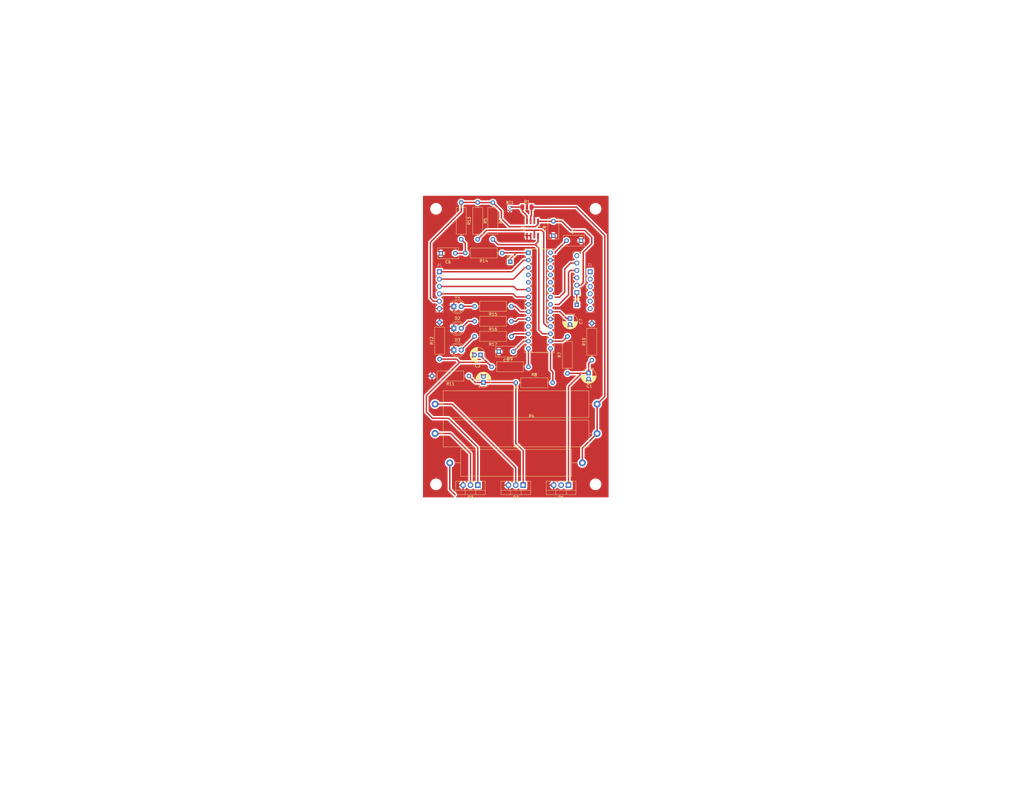
<source format=kicad_pcb>
(kicad_pcb (version 20240108) (generator "pcbnew") (generator_version "8.0")
  (layers (0 "F.Cu" signal) (31 "B.Cu" signal) (34 "B.Paste" user) (35 "F.Paste" user) (36 "B.SilkS" user "B.Silkscreen") (37 "F.SilkS" user "F.Silkscreen") (38 "B.Mask" user) (39 "F.Mask" user) (44 "Edge.Cuts" user))
  (net 0 "")
  (net 1 "GND")
  (net 2 "Net-(BT1-+)")
  (net 3 "Net-(Q1-G)")
  (net 4 "Net-(Q2-G)")
  (net 5 "Net-(Q3-G)")
  (net 6 "Net-(J1-Pin_28)")
  (net 7 "Net-(J1-Pin_13)")
  (net 8 "Net-(C6-Pad1)")
  (net 9 "Net-(J1-Pin_20)")
  (net 10 "VDD")
  (net 11 "Net-(D1-A)")
  (net 12 "Net-(D2-A)")
  (net 13 "Net-(D3-A)")
  (net 14 "SDA")
  (net 15 "CS")
  (net 17 "SCL")
  (net 18 "MISO")
  (net 19 "LED1")
  (net 21 "PWM3")
  (net 24 "MOSI")
  (net 25 "PWM1")
  (net 26 "LED2")
  (net 27 "PWM2")
  (net 29 "PGD2")
  (net 32 "PGC2")
  (net 33 "MCLR")
  (net 34 "CLK")
  (net 35 "LED3")
  (net 37 "Net-(Q1-D)")
  (net 38 "Net-(Q2-D)")
  (net 39 "Net-(Q3-D)")
  (net 40 "Net-(U1-IN-)")
  (footprint "Resistor_THT:R_Axial_Power_L38.0mm_W9.0mm_P45.72mm" (layer "F.Cu") (at 179.31 140.9075 180)
    (property "Reference" "R2" (at 22.8 5.65 360) (layer "F.SilkS"))
    (property "Value" "4.7")
    (pad "1" thru_hole circle (at 0 0 180) (size 2.4 2.4) (drill 1.2) (layers "*.Cu" "*.Mask") (net 40 "Net-(U1-IN-)"))
    (pad "2" thru_hole oval (at 45.72 0 180) (size 2.4 2.4) (drill 1.2) (layers "*.Cu" "*.Mask") (net 37 "Net-(Q1-D)"))
  )
  (footprint "Connector_PinHeader_1.00mm:PinHeader_1x02_P1.00mm_Vertical" (layer "F.Cu") (at 154.3 52.75)
    (property "Reference" "BT1" (at 0 -1.56 0) (layer "F.SilkS"))
    (property "Value" "Battery_Cell")
    (pad "1" thru_hole rect (at 0 0) (size 0.85 0.85) (drill 0.5) (layers "*.Cu" "*.Mask") (net 2 "Net-(BT1-+)"))
    (pad "2" thru_hole oval (at 0 1) (size 0.85 0.85) (drill 0.5) (layers "*.Cu" "*.Mask") (net 1 "GND"))
  )
  (footprint "Resistor_THT:R_Axial_DIN0309_L9.0mm_D3.2mm_P12.70mm_Horizontal" (layer "F.Cu") (at 174.16 110.03 90)
    (property "Reference" "R7" (at 6.35 -2.72 90) (layer "F.SilkS"))
    (property "Value" "160")
    (pad "1" thru_hole circle (at 0 0 90) (size 1.6 1.6) (drill 0.8) (layers "*.Cu" "*.Mask") (net 3 "Net-(Q1-G)"))
    (pad "2" thru_hole oval (at 12.7 0 90) (size 1.6 1.6) (drill 0.8) (layers "*.Cu" "*.Mask") (net 25 "PWM1"))
  )
  (footprint "Resistor_THT:R_Axial_DIN0309_L9.0mm_D3.2mm_P12.70mm_Horizontal" (layer "F.Cu") (at 140.175 110.95 180)
    (property "Reference" "R11" (at 6.35 -2.72 360) (layer "F.SilkS"))
    (property "Value" "4.7k")
    (pad "1" thru_hole circle (at 0 0 180) (size 1.6 1.6) (drill 0.8) (layers "*.Cu" "*.Mask") (net 4 "Net-(Q2-G)"))
    (pad "2" thru_hole oval (at 12.7 0 180) (size 1.6 1.6) (drill 0.8) (layers "*.Cu" "*.Mask") (net 1 "GND"))
  )
  (footprint "Capacitor_SMD:C_1206_3216Metric_Pad1.33x1.80mm_HandSolder" (layer "F.Cu") (at 160.1875 52.7)
    (property "Reference" "R1" (at 0 -1.85 0) (layer "F.SilkS"))
    (property "Value" "100m")
    (pad "1" smd roundrect (at -1.5625 0) (size 1.325 1.8) (layers "F.Cu" "F.Paste" "F.Mask") (roundrect_rratio 0.188679) (net 2 "Net-(BT1-+)"))
    (pad "2" smd roundrect (at 1.5625 0) (size 1.325 1.8) (layers "F.Cu" "F.Paste" "F.Mask") (roundrect_rratio 0.188679) (net 40 "Net-(U1-IN-)"))
  )
  (footprint "Resistor_THT:R_Axial_DIN0309_L9.0mm_D3.2mm_P12.70mm_Horizontal" (layer "F.Cu") (at 154.85 97.3 180)
    (property "Reference" "R17" (at 6.35 -2.72 360) (layer "F.SilkS"))
    (property "Value" "R")
    (pad "1" thru_hole circle (at 0 0 180) (size 1.6 1.6) (drill 0.8) (layers "*.Cu" "*.Mask") (net 35 "LED3"))
    (pad "2" thru_hole oval (at 12.7 0 180) (size 1.6 1.6) (drill 0.8) (layers "*.Cu" "*.Mask") (net 13 "Net-(D3-A)"))
  )
  (footprint "Capacitor_THT:CP_Radial_D5.0mm_P2.00mm" (layer "F.Cu") (at 145.2 113.19 90)
    (property "Reference" "C2" (at 1 -3.75 90) (layer "F.SilkS"))
    (property "Value" "1u")
    (pad "1" thru_hole rect (at 0 0 90) (size 1.6 1.6) (drill 0.8) (layers "*.Cu" "*.Mask") (net 4 "Net-(Q2-G)"))
    (pad "2" thru_hole circle (at 2 0 90) (size 1.6 1.6) (drill 0.8) (layers "*.Cu" "*.Mask") (net 1 "GND"))
  )
  (footprint "Capacitor_THT:C_Rect_L7.0mm_W3.5mm_P5.00mm" (layer "F.Cu") (at 169.3 62.6 90)
    (property "Reference" "C8" (at 2.5 -3 90) (layer "F.SilkS"))
    (property "Value" "0.1u")
    (pad "1" thru_hole circle (at 0 0 90) (size 1.6 1.6) (drill 0.8) (layers "*.Cu" "*.Mask") (net 1 "GND"))
    (pad "2" thru_hole circle (at 5 0 90) (size 1.6 1.6) (drill 0.8) (layers "*.Cu" "*.Mask") (net 10 "VDD"))
  )
  (footprint "Resistor_THT:R_Axial_DIN0309_L9.0mm_D3.2mm_P12.70mm_Horizontal" (layer "F.Cu") (at 148.01 107.79)
    (property "Reference" "R9" (at 6.35 -2.72 360) (layer "F.SilkS"))
    (property "Value" "160")
    (pad "1" thru_hole circle (at 0 0) (size 1.6 1.6) (drill 0.8) (layers "*.Cu" "*.Mask") (net 5 "Net-(Q3-G)"))
    (pad "2" thru_hole oval (at 12.7 0) (size 1.6 1.6) (drill 0.8) (layers "*.Cu" "*.Mask") (net 21 "PWM3"))
  )
  (footprint "Resistor_THT:R_Axial_Power_L50.0mm_W9.0mm_P55.88mm" (layer "F.Cu") (at 184.39 120.6325 180)
    (property "Reference" "R3" (at 27.94 5.6 360) (layer "F.SilkS"))
    (property "Value" "10")
    (pad "1" thru_hole circle (at 0 0 180) (size 2.4 2.4) (drill 1.2) (layers "*.Cu" "*.Mask") (net 40 "Net-(U1-IN-)"))
    (pad "2" thru_hole oval (at 55.88 0 180) (size 2.4 2.4) (drill 1.2) (layers "*.Cu" "*.Mask") (net 38 "Net-(Q2-D)"))
  )
  (footprint "Capacitor_THT:C_Rect_L7.0mm_W3.5mm_P5.00mm" (layer "F.Cu") (at 155.51 102.52 180)
    (property "Reference" "C5" (at 2.5 -3 360) (layer "F.SilkS"))
    (property "Value" "0.1u")
    (pad "1" thru_hole circle (at 0 0 180) (size 1.6 1.6) (drill 0.8) (layers "*.Cu" "*.Mask") (net 7 "Net-(J1-Pin_13)"))
    (pad "2" thru_hole circle (at 5 0 180) (size 1.6 1.6) (drill 0.8) (layers "*.Cu" "*.Mask") (net 1 "GND"))
  )
  (footprint "LED_THT:LED_D4.0mm" (layer "F.Cu") (at 135 102)
    (property "Reference" "D3" (at 1.27 -3.46 360) (layer "F.SilkS"))
    (property "Value" "LED")
    (pad "1" thru_hole rect (at 0 0) (size 1.8 1.8) (drill 0.9) (layers "*.Cu" "*.Mask") (net 1 "GND"))
    (pad "2" thru_hole circle (at 2.54 0) (size 1.8 1.8) (drill 0.9) (layers "*.Cu" "*.Mask") (net 13 "Net-(D3-A)"))
  )
  (footprint "Connector_PinHeader_2.54mm:PinHeader_1x06_P2.54mm_Vertical" (layer "F.Cu") (at 177.4 82.16 180)
    (property "Reference" "J3" (at 0 -2.33 360) (layer "F.SilkS"))
    (property "Value" "Programmer")
    (pad "1" thru_hole rect (at 0 0 180) (size 1.7 1.7) (drill 1) (layers "*.Cu" "*.Mask") (net 33 "MCLR"))
    (pad "2" thru_hole oval (at 0 2.54 180) (size 1.7 1.7) (drill 1) (layers "*.Cu" "*.Mask") (net 10 "VDD"))
    (pad "3" thru_hole oval (at 0 5.08 180) (size 1.7 1.7) (drill 1) (layers "*.Cu" "*.Mask") (net 1 "GND"))
    (pad "4" thru_hole oval (at 0 7.62 180) (size 1.7 1.7) (drill 1) (layers "*.Cu" "*.Mask") (net 29 "PGD2"))
    (pad "5" thru_hole oval (at 0 10.16 180) (size 1.7 1.7) (drill 1) (layers "*.Cu" "*.Mask") (net 32 "PGC2"))
    (pad "6" thru_hole oval (at 0 12.7 180) (size 1.7 1.7) (drill 1) (layers "*.Cu" "*.Mask"))
  )
  (footprint "Resistor_THT:R_Axial_DIN0309_L9.0mm_D3.2mm_P12.70mm_Horizontal" (layer "F.Cu") (at 154.85 92.1 180)
    (property "Reference" "R16" (at 6.35 -2.72 360) (layer "F.SilkS"))
    (property "Value" "R")
    (pad "1" thru_hole circle (at 0 0 180) (size 1.6 1.6) (drill 0.8) (layers "*.Cu" "*.Mask") (net 26 "LED2"))
    (pad "2" thru_hole oval (at 12.7 0 180) (size 1.6 1.6) (drill 0.8) (layers "*.Cu" "*.Mask") (net 12 "Net-(D2-A)"))
  )
  (footprint "Capacitor_THT:CP_Radial_D5.0mm_P2.00mm" (layer "F.Cu") (at 181.47 109.924888 -90)
    (property "Reference" "C1" (at 4.525 -0.2 180) (layer "F.SilkS"))
    (property "Value" "1u")
    (pad "1" thru_hole rect (at 0 0 270) (size 1.6 1.6) (drill 0.8) (layers "*.Cu" "*.Mask") (net 3 "Net-(Q1-G)"))
    (pad "2" thru_hole circle (at 2 0 270) (size 1.6 1.6) (drill 0.8) (layers "*.Cu" "*.Mask") (net 1 "GND"))
  )
  (footprint "Package_DIP:DIP-28_W7.62mm_Socket" (layer "F.Cu") (at 160.69 68.46)
    (property "Reference" "J1" (at 3.81 -2.33 360) (layer "F.SilkS"))
    (property "Value" "DIP28_socket")
    (pad "1" thru_hole rect (at 0 0) (size 1.6 1.6) (drill 0.8) (layers "*.Cu" "*.Mask") (net 33 "MCLR"))
    (pad "2" thru_hole oval (at 0 2.54) (size 1.6 1.6) (drill 0.8) (layers "*.Cu" "*.Mask") (net 15 "CS"))
    (pad "3" thru_hole oval (at 0 5.08) (size 1.6 1.6) (drill 0.8) (layers "*.Cu" "*.Mask") (net 34 "CLK"))
    (pad "4" thru_hole oval (at 0 7.62) (size 1.6 1.6) (drill 0.8) (layers "*.Cu" "*.Mask"))
    (pad "5" thru_hole oval (at 0 10.16) (size 1.6 1.6) (drill 0.8) (layers "*.Cu" "*.Mask"))
    (pad "6" thru_hole oval (at 0 12.7) (size 1.6 1.6) (drill 0.8) (layers "*.Cu" "*.Mask") (net 18 "MISO"))
    (pad "7" thru_hole oval (at 0 15.24) (size 1.6 1.6) (drill 0.8) (layers "*.Cu" "*.Mask") (net 24 "MOSI"))
    (pad "8" thru_hole oval (at 0 17.78) (size 1.6 1.6) (drill 0.8) (layers "*.Cu" "*.Mask") (net 1 "GND"))
    (pad "9" thru_hole oval (at 0 20.32) (size 1.6 1.6) (drill 0.8) (layers "*.Cu" "*.Mask") (net 19 "LED1"))
    (pad "10" thru_hole oval (at 0 22.86) (size 1.6 1.6) (drill 0.8) (layers "*.Cu" "*.Mask") (net 26 "LED2"))
    (pad "11" thru_hole oval (at 0 25.4) (size 1.6 1.6) (drill 0.8) (layers "*.Cu" "*.Mask"))
    (pad "12" thru_hole oval (at 0 27.94) (size 1.6 1.6) (drill 0.8) (layers "*.Cu" "*.Mask") (net 35 "LED3"))
    (pad "13" thru_hole oval (at 0 30.48) (size 1.6 1.6) (drill 0.8) (layers "*.Cu" "*.Mask") (net 7 "Net-(J1-Pin_13)"))
    (pad "14" thru_hole oval (at 0 33.02) (size 1.6 1.6) (drill 0.8) (layers "*.Cu" "*.Mask") (net 21 "PWM3"))
    (pad "15" thru_hole oval (at 7.62 33.02) (size 1.6 1.6) (drill 0.8) (layers "*.Cu" "*.Mask") (net 27 "PWM2"))
    (pad "16" thru_hole oval (at 7.62 30.48) (size 1.6 1.6) (drill 0.8) (layers "*.Cu" "*.Mask") (net 25 "PWM1"))
    (pad "17" thru_hole oval (at 7.62 27.94) (size 1.6 1.6) (drill 0.8) (layers "*.Cu" "*.Mask") (net 17 "SCL"))
    (pad "18" thru_hole oval (at 7.62 25.4) (size 1.6 1.6) (drill 0.8) (layers "*.Cu" "*.Mask") (net 14 "SDA"))
    (pad "19" thru_hole oval (at 7.62 22.86) (size 1.6 1.6) (drill 0.8) (layers "*.Cu" "*.Mask") (net 1 "GND"))
    (pad "20" thru_hole oval (at 7.62 20.32) (size 1.6 1.6) (drill 0.8) (layers "*.Cu" "*.Mask") (net 9 "Net-(J1-Pin_20)"))
    (pad "21" thru_hole oval (at 7.62 17.78) (size 1.6 1.6) (drill 0.8) (layers "*.Cu" "*.Mask") (net 29 "PGD2"))
    (pad "22" thru_hole oval (at 7.62 15.24) (size 1.6 1.6) (drill 0.8) (layers "*.Cu" "*.Mask") (net 32 "PGC2"))
    (pad "23" thru_hole oval (at 7.62 12.7) (size 1.6 1.6) (drill 0.8) (layers "*.Cu" "*.Mask"))
    (pad "24" thru_hole oval (at 7.62 10.16) (size 1.6 1.6) (drill 0.8) (layers "*.Cu" "*.Mask"))
    (pad "25" thru_hole oval (at 7.62 7.62) (size 1.6 1.6) (drill 0.8) (layers "*.Cu" "*.Mask"))
    (pad "26" thru_hole oval (at 7.62 5.08) (size 1.6 1.6) (drill 0.8) (layers "*.Cu" "*.Mask"))
    (pad "27" thru_hole oval (at 7.62 2.54) (size 1.6 1.6) (drill 0.8) (layers "*.Cu" "*.Mask") (net 1 "GND"))
    (pad "28" thru_hole oval (at 7.62 0) (size 1.6 1.6) (drill 0.8) (layers "*.Cu" "*.Mask") (net 6 "Net-(J1-Pin_28)"))
  )
  (footprint "Package_TO_SOT_THT:TO-220-3_Vertical" (layer "F.Cu") (at 174.515 148.575 180)
    (property "Reference" "Q1" (at 2.54 -4.27 360) (layer "F.SilkS"))
    (property "Value" "NMOS")
    (pad "1" thru_hole oval (at 2.54 0 180) (size 1.905 2) (drill 1.1) (layers "*.Cu" "*.Mask") (net 37 "Net-(Q1-D)"))
    (pad "2" thru_hole rect (at 0 0 180) (size 1.905 2) (drill 1.1) (layers "*.Cu" "*.Mask") (net 3 "Net-(Q1-G)"))
    (pad "3" thru_hole oval (at 5.08 0 180) (size 1.905 2) (drill 1.1) (layers "*.Cu" "*.Mask") (net 1 "GND"))
  )
  (footprint "Resistor_THT:R_Axial_DIN0309_L9.0mm_D3.2mm_P12.70mm_Horizontal" (layer "F.Cu") (at 137.55 51.1 -90)
    (property "Reference" "R13" (at 6.35 -2.72 90) (layer "F.SilkS"))
    (property "Value" "10k")
    (pad "1" thru_hole circle (at 0 0 270) (size 1.6 1.6) (drill 0.8) (layers "*.Cu" "*.Mask") (net 10 "VDD"))
    (pad "2" thru_hole oval (at 12.7 0 270) (size 1.6 1.6) (drill 0.8) (layers "*.Cu" "*.Mask") (net 8 "Net-(C6-Pad1)"))
  )
  (footprint "Resistor_THT:R_Axial_DIN0309_L9.0mm_D3.2mm_P12.70mm_Horizontal" (layer "F.Cu") (at 182.58 105.49 90)
    (property "Reference" "R10" (at 6.35 -2.72 90) (layer "F.SilkS"))
    (property "Value" "4.7k")
    (pad "1" thru_hole circle (at 0 0 90) (size 1.6 1.6) (drill 0.8) (layers "*.Cu" "*.Mask") (net 3 "Net-(Q1-G)"))
    (pad "2" thru_hole oval (at 12.7 0 90) (size 1.6 1.6) (drill 0.8) (layers "*.Cu" "*.Mask") (net 1 "GND"))
  )
  (footprint "Resistor_THT:R_Axial_DIN0309_L9.0mm_D3.2mm_P12.70mm_Horizontal" (layer "F.Cu") (at 143.2 51.1 -90)
    (property "Reference" "R5" (at 6.35 -2.72 90) (layer "F.SilkS"))
    (property "Value" "2.2k")
    (pad "1" thru_hole circle (at 0 0 270) (size 1.6 1.6) (drill 0.8) (layers "*.Cu" "*.Mask") (net 10 "VDD"))
    (pad "2" thru_hole oval (at 12.7 0 270) (size 1.6 1.6) (drill 0.8) (layers "*.Cu" "*.Mask") (net 14 "SDA"))
  )
  (footprint "Resistor_THT:R_Axial_DIN0309_L9.0mm_D3.2mm_P12.70mm_Horizontal" (layer "F.Cu") (at 130.075 105.125 90)
    (property "Reference" "R12" (at 6.35 -2.72 90) (layer "F.SilkS"))
    (property "Value" "4.7k")
    (pad "1" thru_hole circle (at 0 0 90) (size 1.6 1.6) (drill 0.8) (layers "*.Cu" "*.Mask") (net 5 "Net-(Q3-G)"))
    (pad "2" thru_hole oval (at 12.7 0 90) (size 1.6 1.6) (drill 0.8) (layers "*.Cu" "*.Mask") (net 1 "GND"))
  )
  (footprint "Resistor_THT:R_Axial_Power_L50.0mm_W9.0mm_P55.88mm" (layer "F.Cu") (at 184.39 130.77 180)
    (property "Reference" "R4" (at 22.615 6.02 360) (layer "F.SilkS"))
    (property "Value" "22")
    (pad "1" thru_hole circle (at 0 0 180) (size 2.4 2.4) (drill 1.2) (layers "*.Cu" "*.Mask") (net 40 "Net-(U1-IN-)"))
    (pad "2" thru_hole oval (at 55.88 0 180) (size 2.4 2.4) (drill 1.2) (layers "*.Cu" "*.Mask") (net 39 "Net-(Q3-D)"))
  )
  (footprint "Resistor_THT:R_Axial_DIN0309_L9.0mm_D3.2mm_P12.70mm_Horizontal" (layer "F.Cu") (at 148.45 51.15 -90)
    (property "Reference" "R6" (at 6.35 -2.72 90) (layer "F.SilkS"))
    (property "Value" "2.2k")
    (pad "1" thru_hole circle (at 0 0 270) (size 1.6 1.6) (drill 0.8) (layers "*.Cu" "*.Mask") (net 10 "VDD"))
    (pad "2" thru_hole oval (at 12.7 0 270) (size 1.6 1.6) (drill 0.8) (layers "*.Cu" "*.Mask") (net 17 "SCL"))
  )
  (footprint "TestPoint:TestPoint_THTPad_1.5x1.5mm_Drill0.7mm" (layer "F.Cu") (at 177.39 86.4)
    (property "Reference" "TP1" (at 0 -1.648 0) (layer "F.SilkS"))
    (property "Value" "TestPoint")
    (pad "1" thru_hole rect (at 0 0) (size 1.5 1.5) (drill 0.7) (layers "*.Cu" "*.Mask") (net 33 "MCLR"))
  )
  (footprint "Package_TO_SOT_THT:TO-220-3_Vertical" (layer "F.Cu") (at 143.265 148.575 180)
    (property "Reference" "Q3" (at 2.54 -4.27 360) (layer "F.SilkS"))
    (property "Value" "NMOS")
    (pad "1" thru_hole oval (at 2.54 0 180) (size 1.905 2) (drill 1.1) (layers "*.Cu" "*.Mask") (net 39 "Net-(Q3-D)"))
    (pad "2" thru_hole rect (at 0 0 180) (size 1.905 2) (drill 1.1) (layers "*.Cu" "*.Mask") (net 5 "Net-(Q3-G)"))
    (pad "3" thru_hole oval (at 5.08 0 180) (size 1.905 2) (drill 1.1) (layers "*.Cu" "*.Mask") (net 1 "GND"))
  )
  (footprint "Capacitor_THT:C_Rect_L7.0mm_W3.5mm_P5.00mm" (layer "F.Cu") (at 173.85 64.3)
    (property "Reference" "C4" (at 2.5 -3 0) (layer "F.SilkS"))
    (property "Value" "0.1u")
    (pad "1" thru_hole circle (at 0 0) (size 1.6 1.6) (drill 0.8) (layers "*.Cu" "*.Mask") (net 6 "Net-(J1-Pin_28)"))
    (pad "2" thru_hole circle (at 5 0) (size 1.6 1.6) (drill 0.8) (layers "*.Cu" "*.Mask") (net 1 "GND"))
  )
  (footprint "Capacitor_THT:CP_Radial_D5.0mm_P2.00mm" (layer "F.Cu") (at 175.05 91.144888 -90)
    (property "Reference" "C7" (at 1 -3.75 90) (layer "F.SilkS"))
    (property "Value" "10u")
    (pad "1" thru_hole rect (at 0 0 270) (size 1.6 1.6) (drill 0.8) (layers "*.Cu" "*.Mask") (net 9 "Net-(J1-Pin_20)"))
    (pad "2" thru_hole circle (at 2 0 270) (size 1.6 1.6) (drill 0.8) (layers "*.Cu" "*.Mask") (net 1 "GND"))
  )
  (footprint "Capacitor_THT:CP_Radial_D5.0mm_P2.00mm" (layer "F.Cu") (at 144.165113 103.68 180)
    (property "Reference" "C3" (at 1 -3.75 360) (layer "F.SilkS"))
    (property "Value" "1u")
    (pad "1" thru_hole rect (at 0 0 180) (size 1.6 1.6) (drill 0.8) (layers "*.Cu" "*.Mask") (net 5 "Net-(Q3-G)"))
    (pad "2" thru_hole circle (at 2 0 180) (size 1.6 1.6) (drill 0.8) (layers "*.Cu" "*.Mask") (net 1 "GND"))
  )
  (footprint "Resistor_THT:R_Axial_DIN0309_L9.0mm_D3.2mm_P12.70mm_Horizontal" (layer "F.Cu") (at 151.66 68.54 180)
    (property "Reference" "R14" (at 6.35 -2.72 360) (layer "F.SilkS"))
    (property "Value" "100")
    (pad "1" thru_hole circle (at 0 0 180) (size 1.6 1.6) (drill 0.8) (layers "*.Cu" "*.Mask") (net 33 "MCLR"))
    (pad "2" thru_hole oval (at 12.7 0 180) (size 1.6 1.6) (drill 0.8) (layers "*.Cu" "*.Mask") (net 8 "Net-(C6-Pad1)"))
  )
  (footprint "Resistor_THT:R_Axial_DIN0309_L9.0mm_D3.2mm_P12.70mm_Horizontal" (layer "F.Cu") (at 156.36 113.24)
    (property "Reference" "R8" (at 6.35 -2.72 360) (layer "F.SilkS"))
    (property "Value" "160")
    (pad "1" thru_hole circle (at 0 0) (size 1.6 1.6) (drill 0.8) (layers "*.Cu" "*.Mask") (net 4 "Net-(Q2-G)"))
    (pad "2" thru_hole oval (at 12.7 0) (size 1.6 1.6) (drill 0.8) (layers "*.Cu" "*.Mask") (net 27 "PWM2"))
  )
  (footprint "TestPoint:TestPoint_THTPad_1.5x1.5mm_Drill0.7mm" (layer "F.Cu") (at 154.47 71.54)
    (property "Reference" "TP2" (at 0 -1.648 0) (layer "F.SilkS"))
    (property "Value" "TestPoint")
    (pad "1" thru_hole rect (at 0 0) (size 1.5 1.5) (drill 0.7) (layers "*.Cu" "*.Mask") (net 33 "MCLR"))
  )
  (footprint "LED_THT:LED_D4.0mm" (layer "F.Cu") (at 135 87)
    (property "Reference" "D1" (at 1.27 -3.46 360) (layer "F.SilkS"))
    (property "Value" "LED")
    (pad "1" thru_hole rect (at 0 0) (size 1.8 1.8) (drill 0.9) (layers "*.Cu" "*.Mask") (net 1 "GND"))
    (pad "2" thru_hole circle (at 2.54 0) (size 1.8 1.8) (drill 0.9) (layers "*.Cu" "*.Mask") (net 11 "Net-(D1-A)"))
  )
  (footprint "Package_SO:SOIC-8_3.9x4.9mm_P1.27mm" (layer "F.Cu") (at 162.105 60.075 90)
    (property "Reference" "U1" (at 0 -3.4 90) (layer "F.SilkS"))
    (property "Value" "INA219AxD")
    (pad "1" smd roundrect (at -2.475 -1.905 90) (size 1.95 0.6) (layers "F.Cu" "F.Paste" "F.Mask") (net 1 "GND"))
    (pad "2" smd roundrect (at -2.475 -0.635 90) (size 1.95 0.6) (layers "F.Cu" "F.Paste" "F.Mask") (net 1 "GND"))
    (pad "3" smd roundrect (at -2.475 0.635 90) (size 1.95 0.6) (layers "F.Cu" "F.Paste" "F.Mask") (net 14 "SDA"))
    (pad "4" smd roundrect (at -2.475 1.905 90) (size 1.95 0.6) (layers "F.Cu" "F.Paste" "F.Mask") (net 17 "SCL"))
    (pad "5" smd roundrect (at 2.475 1.905 90) (size 1.95 0.6) (layers "F.Cu" "F.Paste" "F.Mask") (net 10 "VDD"))
    (pad "6" smd roundrect (at 2.475 0.635 90) (size 1.95 0.6) (layers "F.Cu" "F.Paste" "F.Mask") (net 1 "GND"))
    (pad "7" smd roundrect (at 2.475 -0.635 90) (size 1.95 0.6) (layers "F.Cu" "F.Paste" "F.Mask") (net 40 "Net-(U1-IN-)"))
    (pad "8" smd roundrect (at 2.475 -1.905 90) (size 1.95 0.6) (layers "F.Cu" "F.Paste" "F.Mask") (net 2 "Net-(BT1-+)"))
  )
  (footprint "LED_THT:LED_D4.0mm" (layer "F.Cu") (at 135 94.5)
    (property "Reference" "D2" (at 1.27 -3.46 360) (layer "F.SilkS"))
    (property "Value" "LED")
    (pad "1" thru_hole rect (at 0 0) (size 1.8 1.8) (drill 0.9) (layers "*.Cu" "*.Mask") (net 1 "GND"))
    (pad "2" thru_hole circle (at 2.54 0) (size 1.8 1.8) (drill 0.9) (layers "*.Cu" "*.Mask") (net 12 "Net-(D2-A)"))
  )
  (footprint "Resistor_THT:R_Axial_DIN0309_L9.0mm_D3.2mm_P12.70mm_Horizontal" (layer "F.Cu") (at 154.85 86.9 180)
    (property "Reference" "R15" (at 6.35 -2.72 360) (layer "F.SilkS"))
    (property "Value" "R")
    (pad "1" thru_hole circle (at 0 0 180) (size 1.6 1.6) (drill 0.8) (layers "*.Cu" "*.Mask") (net 19 "LED1"))
    (pad "2" thru_hole oval (at 12.7 0 180) (size 1.6 1.6) (drill 0.8) (layers "*.Cu" "*.Mask") (net 11 "Net-(D1-A)"))
  )
  (footprint "Capacitor_THT:C_Rect_L7.0mm_W3.5mm_P5.00mm" (layer "F.Cu") (at 135.51 68.64 180)
    (property "Reference" "C6" (at 2.5 -3 360) (layer "F.SilkS"))
    (property "Value" "0.1u")
    (pad "1" thru_hole circle (at 0 0 180) (size 1.6 1.6) (drill 0.8) (layers "*.Cu" "*.Mask") (net 8 "Net-(C6-Pad1)"))
    (pad "2" thru_hole circle (at 5 0 180) (size 1.6 1.6) (drill 0.8) (layers "*.Cu" "*.Mask") (net 1 "GND"))
  )
  (footprint "Package_TO_SOT_THT:TO-220-3_Vertical" (layer "F.Cu") (at 158.89 148.575 180)
    (property "Reference" "Q2" (at 2.54 -4.27 180) (layer "F.SilkS"))
    (property "Value" "NMOS")
    (pad "1" thru_hole oval (at 2.54 0 180) (size 1.905 2) (drill 1.1) (layers "*.Cu" "*.Mask") (net 38 "Net-(Q2-D)"))
    (pad "2" thru_hole rect (at 0 0 180) (size 1.905 2) (drill 1.1) (layers "*.Cu" "*.Mask") (net 4 "Net-(Q2-G)"))
    (pad "3" thru_hole oval (at 5.08 0 180) (size 1.905 2) (drill 1.1) (layers "*.Cu" "*.Mask") (net 1 "GND"))
  )
  (footprint "Connector_PinHeader_2.54mm:PinHeader_1x06_P2.54mm_Vertical" (layer "B.Cu") (at 182 75 180)
    (property "Reference" "J2" (at 0 2.33 360) (layer "B.SilkS") (effects (justify mirror)))
    (property "Value" "Dummy header")
    (pad "1" thru_hole rect (at 0 0 180) (size 1.7 1.7) (drill 1) (layers "*.Cu" "*.Mask"))
    (pad "2" thru_hole oval (at 0 -2.54 180) (size 1.7 1.7) (drill 1) (layers "*.Cu" "*.Mask"))
    (pad "3" thru_hole oval (at 0 -5.08 180) (size 1.7 1.7) (drill 1) (layers "*.Cu" "*.Mask"))
    (pad "4" thru_hole oval (at 0 -7.62 180) (size 1.7 1.7) (drill 1) (layers "*.Cu" "*.Mask"))
    (pad "5" thru_hole oval (at 0 -10.16 180) (size 1.7 1.7) (drill 1) (layers "*.Cu" "*.Mask"))
    (pad "6" thru_hole oval (at 0 -12.7 180) (size 1.7 1.7) (drill 1) (layers "*.Cu" "*.Mask"))
  )
  (footprint "Connector_PinHeader_2.54mm:PinHeader_1x06_P2.54mm_Vertical" (layer "B.Cu") (at 130 75 180)
    (property "Reference" "J4" (at 0 2.33 360) (layer "B.SilkS") (effects (justify mirror)))
    (property "Value" "SPI breakout")
    (pad "1" thru_hole rect (at 0 0 180) (size 1.7 1.7) (drill 1) (layers "*.Cu" "*.Mask") (net 15 "CS"))
    (pad "2" thru_hole oval (at 0 -2.54 180) (size 1.7 1.7) (drill 1) (layers "*.Cu" "*.Mask") (net 34 "CLK"))
    (pad "3" thru_hole oval (at 0 -5.08 180) (size 1.7 1.7) (drill 1) (layers "*.Cu" "*.Mask") (net 18 "MISO"))
    (pad "4" thru_hole oval (at 0 -7.62 180) (size 1.7 1.7) (drill 1) (layers "*.Cu" "*.Mask") (net 24 "MOSI"))
    (pad "5" thru_hole oval (at 0 -10.16 180) (size 1.7 1.7) (drill 1) (layers "*.Cu" "*.Mask") (net 10 "VDD"))
    (pad "6" thru_hole oval (at 0 -12.7 180) (size 1.7 1.7) (drill 1) (layers "*.Cu" "*.Mask") (net 1 "GND"))
  )
  (gr_circle (center 183.85 148.3) (end 185.35 148.3) (stroke (width 0.05)) (fill none) (layer "Edge.Cuts"))
  (gr_circle (center 128.85 148.3) (end 130.35 148.3) (stroke (width 0.05)) (fill none) (layer "Edge.Cuts"))
  (gr_circle (center 183.85 53.3) (end 185.35 53.3) (stroke (width 0.05)) (fill none) (layer "Edge.Cuts"))
  (gr_circle (center 128.85 53.3) (end 130.35 53.3) (stroke (width 0.05)) (fill none) (layer "Edge.Cuts"))
  (gr_line (start 123.85 153.3) (end 188.85 153.3) (stroke (width 0.05)) (layer "Edge.Cuts"))
  (gr_line (start 123.85 153.3) (end 123.85 48.3) (stroke (width 0.05)) (layer "Edge.Cuts"))
  (gr_line (start 188.85 48.3) (end 188.85 153.3) (stroke (width 0.05)) (layer "Edge.Cuts"))
  (gr_line (start 123.85 48.3) (end 188.85 48.3) (stroke (width 0.05)) (layer "Edge.Cuts"))
  (segment (start 158.625 52.7) (end 158.625 54.125) (width 0.5) (layer "F.Cu") (net 2))
  (segment (start 154.35 52.7) (end 154.3 52.75) (width 0.5) (layer "F.Cu") (net 2))
  (segment (start 160.2 55.7) (end 160.2 57.6) (width 0.5) (layer "F.Cu") (net 2))
  (segment (start 158.625 52.7) (end 154.35 52.7) (width 0.5) (layer "F.Cu") (net 2))
  (segment (start 158.625 54.125) (end 160.2 55.7) (width 0.5) (layer "F.Cu") (net 2))
  (segment (start 174.515 114.545) (end 174.515 148.575) (width 0.5) (layer "F.Cu") (net 3))
  (segment (start 181.47 109.924888) (end 181.47 106.6) (width 0.5) (layer "F.Cu") (net 3))
  (segment (start 181.364888 110.03) (end 181.47 109.924888) (width 0.5) (layer "F.Cu") (net 3))
  (segment (start 179.03 110.03) (end 174.515 114.545) (width 0.5) (layer "F.Cu") (net 3))
  (segment (start 179.03 110.03) (end 181.364888 110.03) (width 0.5) (layer "F.Cu") (net 3))
  (segment (start 181.47 106.6) (end 182.58 105.49) (width 0.5) (layer "F.Cu") (net 3))
  (segment (start 174.16 110.03) (end 179.03 110.03) (width 0.5) (layer "F.Cu") (net 3))
  (segment (start 140.175 110.95) (end 142.435 113.21) (width 0.5) (layer "F.Cu") (net 4))
  (segment (start 156.31 113.19) (end 156.36 113.24) (width 0.5) (layer "F.Cu") (net 4))
  (segment (start 142.435 113.21) (end 142.58 113.21) (width 0.5) (layer "F.Cu") (net 4))
  (segment (start 142.58 113.21) (end 142.6 113.19) (width 0.5) (layer "F.Cu") (net 4))
  (segment (start 145.2 113.19) (end 156.31 113.19) (width 0.5) (layer "F.Cu") (net 4))
  (segment (start 156.36 134.19) (end 158.89 136.72) (width 0.5) (layer "F.Cu") (net 4))
  (segment (start 142.6 113.19) (end 145.2 113.19) (width 0.5) (layer "F.Cu") (net 4))
  (segment (start 156.36 113.24) (end 156.36 134.19) (width 0.5) (layer "F.Cu") (net 4))
  (segment (start 156.39 113.27) (end 156.36 113.24) (width 0.5) (layer "F.Cu") (net 4))
  (segment (start 158.89 136.72) (end 158.89 148.575) (width 0.5) (layer "F.Cu") (net 4))
  (segment (start 137.01 106.24) (end 137.15 106.24) (width 0.5) (layer "F.Cu") (net 5))
  (segment (start 137.155 106.235) (end 146.455 106.235) (width 0.5) (layer "F.Cu") (net 5))
  (segment (start 146.455 106.235) (end 144.165113 103.945113) (width 0.5) (layer "F.Cu") (net 5))
  (segment (start 127.69 125.52) (end 133.17 125.52) (width 0.5) (layer "F.Cu") (net 5))
  (segment (start 144.165113 103.945113) (end 144.165113 103.68) (width 0.5) (layer "F.Cu") (net 5))
  (segment (start 148.01 107.79) (end 146.455 106.235) (width 0.5) (layer "F.Cu") (net 5))
  (segment (start 143.265 135.615) (end 143.265 148.575) (width 0.5) (layer "F.Cu") (net 5))
  (segment (start 137.01 106.24) (end 125.52 117.73) (width 0.5) (layer "F.Cu") (net 5))
  (segment (start 125.52 123.35) (end 127.69 125.52) (width 0.5) (layer "F.Cu") (net 5))
  (segment (start 133.17 125.52) (end 143.265 135.615) (width 0.5) (layer "F.Cu") (net 5))
  (segment (start 137.15 106.24) (end 137.155 106.235) (width 0.5) (layer "F.Cu") (net 5))
  (segment (start 125.52 117.73) (end 125.52 123.35) (width 0.5) (layer "F.Cu") (net 5))
  (segment (start 130.075 105.125) (end 135.895 105.125) (width 0.5) (layer "F.Cu") (net 5))
  (segment (start 135.895 105.125) (end 137.01 106.24) (width 0.5) (layer "F.Cu") (net 5))
  (segment (start 169.97 68.18) (end 173.85 64.3) (width 0.5) (layer "F.Cu") (net 6))
  (segment (start 169.97 68.525) (end 169.97 68.18) (width 0.5) (layer "F.Cu") (net 6))
  (segment (start 160.69 98.94) (end 159.09 98.94) (width 0.5) (layer "F.Cu") (net 7))
  (segment (start 159.09 98.94) (end 155.51 102.52) (width 0.5) (layer "F.Cu") (net 7))
  (segment (start 135.51 68.64) (end 138.86 68.64) (width 0.5) (layer "F.Cu") (net 8))
  (segment (start 138.96 65.21) (end 137.55 63.8) (width 0.5) (layer "F.Cu") (net 8))
  (segment (start 138.86 68.64) (end 138.96 68.54) (width 0.5) (layer "F.Cu") (net 8))
  (segment (start 138.96 68.54) (end 138.96 65.21) (width 0.5) (layer "F.Cu") (net 8))
  (segment (start 171.52 88.78) (end 168.31 88.78) (width 0.5) (layer "F.Cu") (net 9))
  (segment (start 173.884888 91.144888) (end 171.52 88.78) (width 0.5) (layer "F.Cu") (net 9))
  (segment (start 175.05 91.144888) (end 173.884888 91.144888) (width 0.5) (layer "F.Cu") (net 9))
  (segment (start 127.96 85.16) (end 130 85.16) (width 0.5) (layer "F.Cu") (net 10))
  (segment (start 180.1 60.75) (end 175.3 60.75) (width 0.5) (layer "F.Cu") (net 10))
  (segment (start 137.55 51.1) (end 137.55 54.2) (width 0.5) (layer "F.Cu") (net 10))
  (segment (start 179.6 78.8) (end 179.6 68.25) (width 0.5) (layer "F.Cu") (net 10))
  (segment (start 179.6 68.25) (end 182.55 65.3) (width 0.5) (layer "F.Cu") (net 10))
  (segment (start 143.25 51.15) (end 143.2 51.1) (width 0.5) (layer "F.Cu") (net 10))
  (segment (start 164.01 58.574999) (end 163.134999 59.45) (width 0.5) (layer "F.Cu") (net 10))
  (segment (start 172.15 57.6) (end 169.3 57.6) (width 0.5) (layer "F.Cu") (net 10))
  (segment (start 148.45 51.15) (end 143.25 51.15) (width 0.5) (layer "F.Cu") (net 10))
  (segment (start 151.4 56.7) (end 151.4 54.1) (width 0.5) (layer "F.Cu") (net 10))
  (segment (start 126.9 84.1) (end 127.96 85.16) (width 0.5) (layer "F.Cu") (net 10))
  (segment (start 137.55 54.2) (end 126.9 64.85) (width 0.5) (layer "F.Cu") (net 10))
  (segment (start 182.55 65.3) (end 182.55 63.2) (width 0.5) (layer "F.Cu") (net 10))
  (segment (start 178.78 79.62) (end 179.6 78.8) (width 0.5) (layer "F.Cu") (net 10))
  (segment (start 143.2 51.1) (end 137.55 51.1) (width 0.5) (layer "F.Cu") (net 10))
  (segment (start 126.9 64.85) (end 126.9 84.1) (width 0.5) (layer "F.Cu") (net 10))
  (segment (start 177.4 79.62) (end 178.78 79.62) (width 0.5) (layer "F.Cu") (net 10))
  (segment (start 169.3 57.6) (end 164.01 57.6) (width 0.5) (layer "F.Cu") (net 10))
  (segment (start 175.3 60.75) (end 172.15 57.6) (width 0.5) (layer "F.Cu") (net 10))
  (segment (start 151.4 54.1) (end 148.45 51.15) (width 0.5) (layer "F.Cu") (net 10))
  (segment (start 182.55 63.2) (end 180.1 60.75) (width 0.5) (layer "F.Cu") (net 10))
  (segment (start 163.134999 59.45) (end 154.15 59.45) (width 0.5) (layer "F.Cu") (net 10))
  (segment (start 154.15 59.45) (end 151.4 56.7) (width 0.5) (layer "F.Cu") (net 10))
  (segment (start 164.01 57.6) (end 164.01 58.574999) (width 0.5) (layer "F.Cu") (net 10))
  (segment (start 137.64 86.9) (end 137.54 87) (width 0.5) (layer "F.Cu") (net 11))
  (segment (start 142.15 86.9) (end 137.64 86.9) (width 0.5) (layer "F.Cu") (net 11))
  (segment (start 139.94 92.1) (end 137.54 94.5) (width 0.5) (layer "F.Cu") (net 12))
  (segment (start 142.2 92.1) (end 139.94 92.1) (width 0.5) (layer "F.Cu") (net 12))
  (segment (start 142.2 97.3) (end 137.54 101.96) (width 0.5) (layer "F.Cu") (net 13))
  (segment (start 137.54 101.96) (end 137.54 102) (width 0.5) (layer "F.Cu") (net 13))
  (segment (start 167.08 93.86) (end 168.31 93.86) (width 0.5) (layer "F.Cu") (net 14))
  (segment (start 162.74 62.55) (end 162.74 60.76) (width 0.5) (layer "F.Cu") (net 14))
  (segment (start 162.74 60.76) (end 162.8 60.7) (width 0.5) (layer "F.Cu") (net 14))
  (segment (start 162.8 60.7) (end 165.25 60.7) (width 0.5) (layer "F.Cu") (net 14))
  (segment (start 162.8 60.7) (end 146.3 60.7) (width 0.5) (layer "F.Cu") (net 14))
  (segment (start 166 61.45) (end 166 92.78) (width 0.5) (layer "F.Cu") (net 14))
  (segment (start 165.25 60.7) (end 166 61.45) (width 0.5) (layer "F.Cu") (net 14))
  (segment (start 166 92.78) (end 167.08 93.86) (width 0.5) (layer "F.Cu") (net 14))
  (segment (start 146.3 60.7) (end 143.2 63.8) (width 0.5) (layer "F.Cu") (net 14))
  (segment (start 130 75) (end 155.07 75) (width 0.5) (layer "F.Cu") (net 15))
  (segment (start 159.07 71) (end 160.69 71) (width 0.5) (layer "F.Cu") (net 15))
  (segment (start 155.07 75) (end 159.07 71) (width 0.5) (layer "F.Cu") (net 15))
  (segment (start 164.01 64.69) (end 163.05 65.65) (width 0.5) (layer "F.Cu") (net 17))
  (segment (start 164.3 66.9) (end 164.3 95.09) (width 0.5) (layer "F.Cu") (net 17))
  (segment (start 163.05 65.65) (end 164.3 66.9) (width 0.5) (layer "F.Cu") (net 17))
  (segment (start 168.31 96.4) (end 165.61 96.4) (width 0.5) (layer "F.Cu") (net 17))
  (segment (start 163.05 65.65) (end 150.25 65.65) (width 0.5) (layer "F.Cu") (net 17))
  (segment (start 165.61 96.4) (end 164.3 95.09) (width 0.5) (layer "F.Cu") (net 17))
  (segment (start 150.25 65.65) (end 148.45 63.85) (width 0.5) (layer "F.Cu") (net 17))
  (segment (start 164.01 64.69) (end 164.01 62.55) (width 0.5) (layer "F.Cu") (net 17))
  (segment (start 160.69 81.16) (end 156.71 81.16) (width 0.5) (layer "F.Cu") (net 18))
  (segment (start 155.63 80.08) (end 130 80.08) (width 0.5) (layer "F.Cu") (net 18))
  (segment (start 156.71 81.16) (end 155.63 80.08) (width 0.5) (layer "F.Cu") (net 18))
  (segment (start 157.96 88.78) (end 160.69 88.78) (width 0.5) (layer "F.Cu") (net 19))
  (segment (start 156.08 86.9) (end 157.96 88.78) (width 0.5) (layer "F.Cu") (net 19))
  (segment (start 154.85 86.9) (end 156.08 86.9) (width 0.5) (layer "F.Cu") (net 19))
  (segment (start 160.69 101.48) (end 160.69 107.77) (width 0.5) (layer "F.Cu") (net 21))
  (segment (start 160.69 107.77) (end 160.71 107.79) (width 0.5) (layer "F.Cu") (net 21))
  (segment (start 155.42 82.62) (end 130 82.62) (width 0.5) (layer "F.Cu") (net 24))
  (segment (start 160.69 83.7) (end 156.5 83.7) (width 0.5) (layer "F.Cu") (net 24))
  (segment (start 156.5 83.7) (end 155.42 82.62) (width 0.5) (layer "F.Cu") (net 24))
  (segment (start 168.31 98.94) (end 172.55 98.94) (width 0.5) (layer "F.Cu") (net 25))
  (segment (start 172.55 98.94) (end 174.16 97.33) (width 0.5) (layer "F.Cu") (net 25))
  (segment (start 156.43 92.1) (end 157.21 91.32) (width 0.5) (layer "F.Cu") (net 26))
  (segment (start 157.21 91.32) (end 160.69 91.32) (width 0.5) (layer "F.Cu") (net 26))
  (segment (start 154.85 92.1) (end 156.43 92.1) (width 0.5) (layer "F.Cu") (net 26))
  (segment (start 168.31 101.48) (end 168.31 108.77) (width 0.5) (layer "F.Cu") (net 27))
  (segment (start 168.31 108.77) (end 169.14 109.6) (width 0.5) (layer "F.Cu") (net 27))
  (segment (start 169.14 113.16) (end 169.06 113.24) (width 0.5) (layer "F.Cu") (net 27))
  (segment (start 169.14 109.6) (end 169.14 113.16) (width 0.5) (layer "F.Cu") (net 27))
  (segment (start 174.55 75.2) (end 174.55 82.95) (width 0.5) (layer "F.Cu") (net 29))
  (segment (start 175.21 74.54) (end 174.55 75.2) (width 0.5) (layer "F.Cu") (net 29))
  (segment (start 177.4 74.54) (end 175.21 74.54) (width 0.5) (layer "F.Cu") (net 29))
  (segment (start 174.55 82.95) (end 171.195 86.305) (width 0.5) (layer "F.Cu") (net 29))
  (segment (start 171.195 86.305) (end 169.97 86.305) (width 0.5) (layer "F.Cu") (net 29))
  (segment (start 177.4 72) (end 175.25 72) (width 0.5) (layer "F.Cu") (net 32))
  (segment (start 171.435 83.765) (end 169.97 83.765) (width 0.5) (layer "F.Cu") (net 32))
  (segment (start 175.25 72) (end 173.2 74.05) (width 0.5) (layer "F.Cu") (net 32))
  (segment (start 173.2 82) (end 171.435 83.765) (width 0.5) (layer "F.Cu") (net 32))
  (segment (start 173.2 74.05) (end 173.2 82) (width 0.5) (layer "F.Cu") (net 32))
  (segment (start 154.47 71.54) (end 154.47 70.61) (width 0.5) (layer "F.Cu") (net 33))
  (segment (start 160.69 68.46) (end 156.62 68.46) (width 0.5) (layer "F.Cu") (net 33))
  (segment (start 151.74 68.46) (end 151.66 68.54) (width 0.5) (layer "F.Cu") (net 33))
  (segment (start 154.47 70.61) (end 156.62 68.46) (width 0.5) (layer "F.Cu") (net 33))
  (segment (start 177.4 82.16) (end 177.4 86.39) (width 0.5) (layer "F.Cu") (net 33))
  (segment (start 177.4 86.39) (end 177.39 86.4) (width 0.5) (layer "F.Cu") (net 33))
  (segment (start 156.62 68.46) (end 151.74 68.46) (width 0.5) (layer "F.Cu") (net 33))
  (segment (start 160.69 73.54) (end 159.53 73.54) (width 0.5) (layer "F.Cu") (net 34))
  (segment (start 159.53 73.54) (end 155.53 77.54) (width 0.5) (layer "F.Cu") (net 34))
  (segment (start 155.53 77.54) (end 130 77.54) (width 0.5) (layer "F.Cu") (net 34))
  (segment (start 160.69 96.4) (end 155.75 96.4) (width 0.5) (layer "F.Cu") (net 35))
  (segment (start 155.75 96.4) (end 154.85 97.3) (width 0.5) (layer "F.Cu") (net 35))
  (segment (start 135.39 151.91) (end 133.59 150.11) (width 0.5) (layer "F.Cu") (net 37))
  (segment (start 133.59 150.11) (end 133.59 140.9075) (width 0.5) (layer "F.Cu") (net 37))
  (segment (start 128.51 120.6325) (end 134.4025 120.6325) (width 0.5) (layer "F.Cu") (net 38))
  (segment (start 134.4025 120.6325) (end 156.35 142.58) (width 0.5) (layer "F.Cu") (net 38))
  (segment (start 156.35 142.58) (end 156.35 148.575) (width 0.5) (layer "F.Cu") (net 38))
  (segment (start 128.51 130.77) (end 133.82 130.77) (width 0.5) (layer "F.Cu") (net 39))
  (segment (start 133.82 130.77) (end 140.725 137.675) (width 0.5) (layer "F.Cu") (net 39))
  (segment (start 140.725 137.675) (end 140.725 148.575) (width 0.5) (layer "F.Cu") (net 39))
  (segment (start 187.05 117.9725) (end 184.39 120.6325) (width 0.5) (layer "F.Cu") (net 40))
  (segment (start 184.39 120.6325) (end 184.39 130.77) (width 0.5) (layer "F.Cu") (net 40))
  (segment (start 161.75 52.7) (end 161.75 55.55) (width 0.5) (layer "F.Cu") (net 40))
  (segment (start 177.23 52.7) (end 187.05 62.52) (width 0.5) (layer "F.Cu") (net 40))
  (segment (start 161.47 55.83) (end 161.47 57.6) (width 0.5) (layer "F.Cu") (net 40))
  (segment (start 179.31 135.85) (end 179.31 140.9075) (width 0.5) (layer "F.Cu") (net 40))
  (segment (start 161.75 52.7) (end 177.23 52.7) (width 0.5) (layer "F.Cu") (net 40))
  (segment (start 161.75 55.55) (end 161.47 55.83) (width 0.5) (layer "F.Cu") (net 40))
  (segment (start 187.05 62.52) (end 187.05 117.9725) (width 0.5) (layer "F.Cu") (net 40))
  (segment (start 184.39 130.77) (end 179.31 135.85) (width 0.5) (layer "F.Cu") (net 40))
  (zone (net 1) (net_name "GND") (layer "F.Cu") (connect_pads (clearance 0.5)) (min_thickness 0.25) (fill yes (thermal_gap 0.5) (thermal_bridge_width 0.5))
    (polygon (pts (xy -19.1 -18.7) (xy 319.6 -14.2) (xy 331.6 252.7) (xy -21.5 239.6)))
  )
)
</source>
